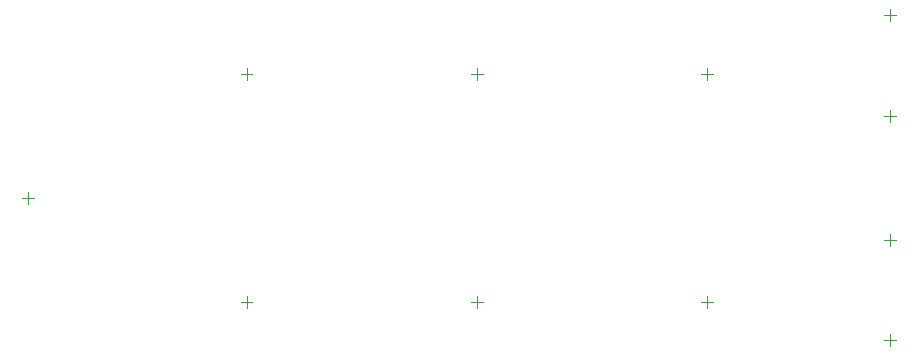
<source format=gbr>
G04*
G04 #@! TF.GenerationSoftware,Altium Limited,Altium Designer,24.5.1 (21)*
G04*
G04 Layer_Color=0*
%FSLAX25Y25*%
%MOIN*%
G70*
G04*
G04 #@! TF.SameCoordinates,C76CA4C4-4B78-49E4-996D-9464DF6DB47D*
G04*
G04*
G04 #@! TF.FilePolarity,Positive*
G04*
G01*
G75*
%ADD13C,0.00394*%
%ADD40C,0.00197*%
D13*
X314961Y53150D02*
X318898D01*
X316929Y51181D02*
Y55118D01*
X179134Y139764D02*
Y143701D01*
X177165Y141732D02*
X181102D01*
X102362Y63976D02*
Y67913D01*
X100394Y65945D02*
X104331D01*
X255906Y63976D02*
Y67913D01*
X253937Y65945D02*
X257874D01*
X179134Y63976D02*
Y67913D01*
X177165Y65945D02*
X181102D01*
X102362Y139764D02*
Y143701D01*
X100394Y141732D02*
X104331D01*
X255906Y139764D02*
Y143701D01*
X253937Y141732D02*
X257874D01*
X316929Y84646D02*
Y88583D01*
X314961Y86614D02*
X318898D01*
X316929Y159449D02*
Y163386D01*
X314961Y161417D02*
X318898D01*
X316929Y125984D02*
Y129921D01*
X314961Y127953D02*
X318898D01*
D40*
X29528Y98425D02*
Y102362D01*
X27559Y100394D02*
X31496D01*
M02*

</source>
